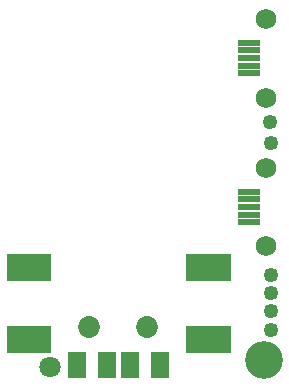
<source format=gbr>
G04 start of page 6 for group -4063 idx -4063 *
G04 Title: (unknown), componentmask *
G04 Creator: pcb 4.2.0 *
G04 CreationDate: Thu Feb 27 09:31:51 2020 UTC *
G04 For: blinken *
G04 Format: Gerber/RS-274X *
G04 PCB-Dimensions (mm): 65.00 56.00 *
G04 PCB-Coordinate-Origin: lower left *
%MOMM*%
%FSLAX43Y43*%
%LNTOPMASK*%
%ADD51C,0.002*%
%ADD50C,1.800*%
%ADD49C,3.200*%
%ADD48C,1.254*%
%ADD47C,1.752*%
%ADD46C,1.852*%
G54D46*X7100Y27200D03*
X12000D03*
G54D47*X22050Y34000D03*
Y40650D03*
Y46600D03*
Y53250D03*
G54D48*X22450Y42800D03*
X22400Y44500D03*
G54D49*X21850Y24400D03*
G54D48*X22500Y26900D03*
Y28500D03*
Y30050D03*
Y31600D03*
G54D50*X3800Y23800D03*
G54D51*G36*
X19648Y36302D02*Y35798D01*
X21552D01*
Y36302D01*
X19648D01*
G37*
G36*
Y38902D02*Y38398D01*
X21552D01*
Y38902D01*
X19648D01*
G37*
G36*
Y38252D02*Y37748D01*
X21552D01*
Y38252D01*
X19648D01*
G37*
G36*
Y36952D02*Y36448D01*
X21552D01*
Y36952D01*
X19648D01*
G37*
G36*
Y37602D02*Y37098D01*
X21552D01*
Y37602D01*
X19648D01*
G37*
G36*
Y48902D02*Y48398D01*
X21552D01*
Y48902D01*
X19648D01*
G37*
G36*
Y51502D02*Y50998D01*
X21552D01*
Y51502D01*
X19648D01*
G37*
G36*
Y49552D02*Y49048D01*
X21552D01*
Y49552D01*
X19648D01*
G37*
G36*
Y50202D02*Y49698D01*
X21552D01*
Y50202D01*
X19648D01*
G37*
G36*
Y50852D02*Y50348D01*
X21552D01*
Y50852D01*
X19648D01*
G37*
G36*
X123Y33327D02*Y31073D01*
X3877D01*
Y33327D01*
X123D01*
G37*
G36*
X15323D02*Y31073D01*
X19077D01*
Y33327D01*
X15323D01*
G37*
G36*
X9327Y25077D02*X7823D01*
Y22823D01*
X9327D01*
Y25077D01*
G37*
G36*
X6827D02*X5323D01*
Y22823D01*
X6827D01*
Y25077D01*
G37*
G36*
X11327D02*X9823D01*
Y22823D01*
X11327D01*
Y25077D01*
G37*
G36*
X13827D02*X12323D01*
Y22823D01*
X13827D01*
Y25077D01*
G37*
G36*
X123Y27227D02*Y24973D01*
X3877D01*
Y27227D01*
X123D01*
G37*
G36*
X15323D02*Y24973D01*
X19077D01*
Y27227D01*
X15323D01*
G37*
M02*

</source>
